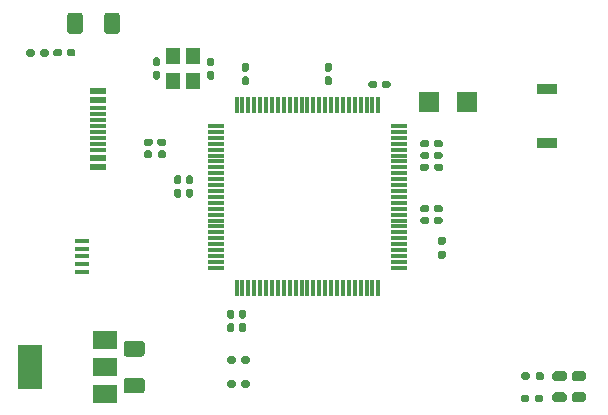
<source format=gbr>
%TF.GenerationSoftware,KiCad,Pcbnew,(5.1.10-1-10_14)*%
%TF.CreationDate,2021-08-18T14:47:54+08:00*%
%TF.ProjectId,jlinkob_hs,6a6c696e-6b6f-4625-9f68-732e6b696361,rev?*%
%TF.SameCoordinates,Original*%
%TF.FileFunction,Paste,Top*%
%TF.FilePolarity,Positive*%
%FSLAX46Y46*%
G04 Gerber Fmt 4.6, Leading zero omitted, Abs format (unit mm)*
G04 Created by KiCad (PCBNEW (5.1.10-1-10_14)) date 2021-08-18 14:47:54*
%MOMM*%
%LPD*%
G01*
G04 APERTURE LIST*
%ADD10R,1.750000X1.800000*%
%ADD11R,2.000000X1.500000*%
%ADD12R,2.000000X3.800000*%
%ADD13R,1.200000X1.400000*%
%ADD14R,1.300000X0.450000*%
%ADD15R,1.699997X0.899998*%
%ADD16R,1.450000X0.600000*%
%ADD17R,1.450000X0.300000*%
%ADD18R,1.475000X0.300000*%
%ADD19R,0.300000X1.475000*%
G04 APERTURE END LIST*
D10*
%TO.C,Y2*%
X138550000Y-66940000D03*
X135300000Y-66940000D03*
%TD*%
D11*
%TO.C,U1*%
X107820000Y-91730000D03*
X107820000Y-87130000D03*
X107820000Y-89430000D03*
D12*
X101520000Y-89430000D03*
%TD*%
%TO.C,C19*%
G36*
G01*
X114855000Y-74320000D02*
X115165000Y-74320000D01*
G75*
G02*
X115320000Y-74475000I0J-155000D01*
G01*
X115320000Y-74900000D01*
G75*
G02*
X115165000Y-75055000I-155000J0D01*
G01*
X114855000Y-75055000D01*
G75*
G02*
X114700000Y-74900000I0J155000D01*
G01*
X114700000Y-74475000D01*
G75*
G02*
X114855000Y-74320000I155000J0D01*
G01*
G37*
G36*
G01*
X114855000Y-73185000D02*
X115165000Y-73185000D01*
G75*
G02*
X115320000Y-73340000I0J-155000D01*
G01*
X115320000Y-73765000D01*
G75*
G02*
X115165000Y-73920000I-155000J0D01*
G01*
X114855000Y-73920000D01*
G75*
G02*
X114700000Y-73765000I0J155000D01*
G01*
X114700000Y-73340000D01*
G75*
G02*
X114855000Y-73185000I155000J0D01*
G01*
G37*
%TD*%
%TO.C,R8*%
G36*
G01*
X102390000Y-62960000D02*
X102390000Y-62640000D01*
G75*
G02*
X102550000Y-62480000I160000J0D01*
G01*
X102945000Y-62480000D01*
G75*
G02*
X103105000Y-62640000I0J-160000D01*
G01*
X103105000Y-62960000D01*
G75*
G02*
X102945000Y-63120000I-160000J0D01*
G01*
X102550000Y-63120000D01*
G75*
G02*
X102390000Y-62960000I0J160000D01*
G01*
G37*
G36*
G01*
X101195000Y-62960000D02*
X101195000Y-62640000D01*
G75*
G02*
X101355000Y-62480000I160000J0D01*
G01*
X101750000Y-62480000D01*
G75*
G02*
X101910000Y-62640000I0J-160000D01*
G01*
X101910000Y-62960000D01*
G75*
G02*
X101750000Y-63120000I-160000J0D01*
G01*
X101355000Y-63120000D01*
G75*
G02*
X101195000Y-62960000I0J160000D01*
G01*
G37*
%TD*%
%TO.C,C27*%
G36*
G01*
X104220000Y-62645000D02*
X104220000Y-62955000D01*
G75*
G02*
X104065000Y-63110000I-155000J0D01*
G01*
X103640000Y-63110000D01*
G75*
G02*
X103485000Y-62955000I0J155000D01*
G01*
X103485000Y-62645000D01*
G75*
G02*
X103640000Y-62490000I155000J0D01*
G01*
X104065000Y-62490000D01*
G75*
G02*
X104220000Y-62645000I0J-155000D01*
G01*
G37*
G36*
G01*
X105355000Y-62645000D02*
X105355000Y-62955000D01*
G75*
G02*
X105200000Y-63110000I-155000J0D01*
G01*
X104775000Y-63110000D01*
G75*
G02*
X104620000Y-62955000I0J155000D01*
G01*
X104620000Y-62645000D01*
G75*
G02*
X104775000Y-62490000I155000J0D01*
G01*
X105200000Y-62490000D01*
G75*
G02*
X105355000Y-62645000I0J-155000D01*
G01*
G37*
%TD*%
D13*
%TO.C,Y1*%
X115350000Y-63030000D03*
X115350000Y-65230000D03*
X113650000Y-65230000D03*
X113650000Y-63030000D03*
%TD*%
D14*
%TO.C,J2*%
X105900000Y-81333824D03*
X105900000Y-80683824D03*
X105900000Y-80033824D03*
X105900000Y-79383824D03*
X105900000Y-78733824D03*
%TD*%
%TO.C,C26*%
G36*
G01*
X105980000Y-59659999D02*
X105980000Y-60960001D01*
G75*
G02*
X105730001Y-61210000I-249999J0D01*
G01*
X104904999Y-61210000D01*
G75*
G02*
X104655000Y-60960001I0J249999D01*
G01*
X104655000Y-59659999D01*
G75*
G02*
X104904999Y-59410000I249999J0D01*
G01*
X105730001Y-59410000D01*
G75*
G02*
X105980000Y-59659999I0J-249999D01*
G01*
G37*
G36*
G01*
X109105000Y-59659999D02*
X109105000Y-60960001D01*
G75*
G02*
X108855001Y-61210000I-249999J0D01*
G01*
X108029999Y-61210000D01*
G75*
G02*
X107780000Y-60960001I0J249999D01*
G01*
X107780000Y-59659999D01*
G75*
G02*
X108029999Y-59410000I249999J0D01*
G01*
X108855001Y-59410000D01*
G75*
G02*
X109105000Y-59659999I0J-249999D01*
G01*
G37*
%TD*%
%TO.C,C13*%
G36*
G01*
X109679999Y-90320000D02*
X110980001Y-90320000D01*
G75*
G02*
X111230000Y-90569999I0J-249999D01*
G01*
X111230000Y-91395001D01*
G75*
G02*
X110980001Y-91645000I-249999J0D01*
G01*
X109679999Y-91645000D01*
G75*
G02*
X109430000Y-91395001I0J249999D01*
G01*
X109430000Y-90569999D01*
G75*
G02*
X109679999Y-90320000I249999J0D01*
G01*
G37*
G36*
G01*
X109679999Y-87195000D02*
X110980001Y-87195000D01*
G75*
G02*
X111230000Y-87444999I0J-249999D01*
G01*
X111230000Y-88270001D01*
G75*
G02*
X110980001Y-88520000I-249999J0D01*
G01*
X109679999Y-88520000D01*
G75*
G02*
X109430000Y-88270001I0J249999D01*
G01*
X109430000Y-87444999D01*
G75*
G02*
X109679999Y-87195000I249999J0D01*
G01*
G37*
%TD*%
%TO.C,R7*%
G36*
G01*
X136220000Y-79560000D02*
X136540000Y-79560000D01*
G75*
G02*
X136700000Y-79720000I0J-160000D01*
G01*
X136700000Y-80115000D01*
G75*
G02*
X136540000Y-80275000I-160000J0D01*
G01*
X136220000Y-80275000D01*
G75*
G02*
X136060000Y-80115000I0J160000D01*
G01*
X136060000Y-79720000D01*
G75*
G02*
X136220000Y-79560000I160000J0D01*
G01*
G37*
G36*
G01*
X136220000Y-78365000D02*
X136540000Y-78365000D01*
G75*
G02*
X136700000Y-78525000I0J-160000D01*
G01*
X136700000Y-78920000D01*
G75*
G02*
X136540000Y-79080000I-160000J0D01*
G01*
X136220000Y-79080000D01*
G75*
G02*
X136060000Y-78920000I0J160000D01*
G01*
X136060000Y-78525000D01*
G75*
G02*
X136220000Y-78365000I160000J0D01*
G01*
G37*
%TD*%
%TO.C,R6*%
G36*
G01*
X118920000Y-88650000D02*
X118920000Y-88970000D01*
G75*
G02*
X118760000Y-89130000I-160000J0D01*
G01*
X118365000Y-89130000D01*
G75*
G02*
X118205000Y-88970000I0J160000D01*
G01*
X118205000Y-88650000D01*
G75*
G02*
X118365000Y-88490000I160000J0D01*
G01*
X118760000Y-88490000D01*
G75*
G02*
X118920000Y-88650000I0J-160000D01*
G01*
G37*
G36*
G01*
X120115000Y-88650000D02*
X120115000Y-88970000D01*
G75*
G02*
X119955000Y-89130000I-160000J0D01*
G01*
X119560000Y-89130000D01*
G75*
G02*
X119400000Y-88970000I0J160000D01*
G01*
X119400000Y-88650000D01*
G75*
G02*
X119560000Y-88490000I160000J0D01*
G01*
X119955000Y-88490000D01*
G75*
G02*
X120115000Y-88650000I0J-160000D01*
G01*
G37*
%TD*%
%TO.C,R5*%
G36*
G01*
X118910000Y-90670000D02*
X118910000Y-90990000D01*
G75*
G02*
X118750000Y-91150000I-160000J0D01*
G01*
X118355000Y-91150000D01*
G75*
G02*
X118195000Y-90990000I0J160000D01*
G01*
X118195000Y-90670000D01*
G75*
G02*
X118355000Y-90510000I160000J0D01*
G01*
X118750000Y-90510000D01*
G75*
G02*
X118910000Y-90670000I0J-160000D01*
G01*
G37*
G36*
G01*
X120105000Y-90670000D02*
X120105000Y-90990000D01*
G75*
G02*
X119945000Y-91150000I-160000J0D01*
G01*
X119550000Y-91150000D01*
G75*
G02*
X119390000Y-90990000I0J160000D01*
G01*
X119390000Y-90670000D01*
G75*
G02*
X119550000Y-90510000I160000J0D01*
G01*
X119945000Y-90510000D01*
G75*
G02*
X120105000Y-90670000I0J-160000D01*
G01*
G37*
%TD*%
%TO.C,R4*%
G36*
G01*
X143780000Y-91920000D02*
X143780000Y-92240000D01*
G75*
G02*
X143620000Y-92400000I-160000J0D01*
G01*
X143225000Y-92400000D01*
G75*
G02*
X143065000Y-92240000I0J160000D01*
G01*
X143065000Y-91920000D01*
G75*
G02*
X143225000Y-91760000I160000J0D01*
G01*
X143620000Y-91760000D01*
G75*
G02*
X143780000Y-91920000I0J-160000D01*
G01*
G37*
G36*
G01*
X144975000Y-91920000D02*
X144975000Y-92240000D01*
G75*
G02*
X144815000Y-92400000I-160000J0D01*
G01*
X144420000Y-92400000D01*
G75*
G02*
X144260000Y-92240000I0J160000D01*
G01*
X144260000Y-91920000D01*
G75*
G02*
X144420000Y-91760000I160000J0D01*
G01*
X144815000Y-91760000D01*
G75*
G02*
X144975000Y-91920000I0J-160000D01*
G01*
G37*
%TD*%
%TO.C,R3*%
G36*
G01*
X143832500Y-90020000D02*
X143832500Y-90340000D01*
G75*
G02*
X143672500Y-90500000I-160000J0D01*
G01*
X143277500Y-90500000D01*
G75*
G02*
X143117500Y-90340000I0J160000D01*
G01*
X143117500Y-90020000D01*
G75*
G02*
X143277500Y-89860000I160000J0D01*
G01*
X143672500Y-89860000D01*
G75*
G02*
X143832500Y-90020000I0J-160000D01*
G01*
G37*
G36*
G01*
X145027500Y-90020000D02*
X145027500Y-90340000D01*
G75*
G02*
X144867500Y-90500000I-160000J0D01*
G01*
X144472500Y-90500000D01*
G75*
G02*
X144312500Y-90340000I0J160000D01*
G01*
X144312500Y-90020000D01*
G75*
G02*
X144472500Y-89860000I160000J0D01*
G01*
X144867500Y-89860000D01*
G75*
G02*
X145027500Y-90020000I0J-160000D01*
G01*
G37*
%TD*%
%TO.C,D3*%
G36*
G01*
X146957500Y-91767500D02*
X146957500Y-92192500D01*
G75*
G02*
X146745000Y-92405000I-212500J0D01*
G01*
X145945000Y-92405000D01*
G75*
G02*
X145732500Y-92192500I0J212500D01*
G01*
X145732500Y-91767500D01*
G75*
G02*
X145945000Y-91555000I212500J0D01*
G01*
X146745000Y-91555000D01*
G75*
G02*
X146957500Y-91767500I0J-212500D01*
G01*
G37*
G36*
G01*
X148582500Y-91767500D02*
X148582500Y-92192500D01*
G75*
G02*
X148370000Y-92405000I-212500J0D01*
G01*
X147570000Y-92405000D01*
G75*
G02*
X147357500Y-92192500I0J212500D01*
G01*
X147357500Y-91767500D01*
G75*
G02*
X147570000Y-91555000I212500J0D01*
G01*
X148370000Y-91555000D01*
G75*
G02*
X148582500Y-91767500I0J-212500D01*
G01*
G37*
%TD*%
%TO.C,D2*%
G36*
G01*
X146957500Y-89967500D02*
X146957500Y-90392500D01*
G75*
G02*
X146745000Y-90605000I-212500J0D01*
G01*
X145945000Y-90605000D01*
G75*
G02*
X145732500Y-90392500I0J212500D01*
G01*
X145732500Y-89967500D01*
G75*
G02*
X145945000Y-89755000I212500J0D01*
G01*
X146745000Y-89755000D01*
G75*
G02*
X146957500Y-89967500I0J-212500D01*
G01*
G37*
G36*
G01*
X148582500Y-89967500D02*
X148582500Y-90392500D01*
G75*
G02*
X148370000Y-90605000I-212500J0D01*
G01*
X147570000Y-90605000D01*
G75*
G02*
X147357500Y-90392500I0J212500D01*
G01*
X147357500Y-89967500D01*
G75*
G02*
X147570000Y-89755000I212500J0D01*
G01*
X148370000Y-89755000D01*
G75*
G02*
X148582500Y-89967500I0J-212500D01*
G01*
G37*
%TD*%
D15*
%TO.C,SW1*%
X145260000Y-65860030D03*
X145260000Y-70459970D03*
%TD*%
%TO.C,C18*%
G36*
G01*
X113865000Y-74320000D02*
X114175000Y-74320000D01*
G75*
G02*
X114330000Y-74475000I0J-155000D01*
G01*
X114330000Y-74900000D01*
G75*
G02*
X114175000Y-75055000I-155000J0D01*
G01*
X113865000Y-75055000D01*
G75*
G02*
X113710000Y-74900000I0J155000D01*
G01*
X113710000Y-74475000D01*
G75*
G02*
X113865000Y-74320000I155000J0D01*
G01*
G37*
G36*
G01*
X113865000Y-73185000D02*
X114175000Y-73185000D01*
G75*
G02*
X114330000Y-73340000I0J-155000D01*
G01*
X114330000Y-73765000D01*
G75*
G02*
X114175000Y-73920000I-155000J0D01*
G01*
X113865000Y-73920000D01*
G75*
G02*
X113710000Y-73765000I0J155000D01*
G01*
X113710000Y-73340000D01*
G75*
G02*
X113865000Y-73185000I155000J0D01*
G01*
G37*
%TD*%
%TO.C,C17*%
G36*
G01*
X135700000Y-77155000D02*
X135700000Y-76845000D01*
G75*
G02*
X135855000Y-76690000I155000J0D01*
G01*
X136280000Y-76690000D01*
G75*
G02*
X136435000Y-76845000I0J-155000D01*
G01*
X136435000Y-77155000D01*
G75*
G02*
X136280000Y-77310000I-155000J0D01*
G01*
X135855000Y-77310000D01*
G75*
G02*
X135700000Y-77155000I0J155000D01*
G01*
G37*
G36*
G01*
X134565000Y-77155000D02*
X134565000Y-76845000D01*
G75*
G02*
X134720000Y-76690000I155000J0D01*
G01*
X135145000Y-76690000D01*
G75*
G02*
X135300000Y-76845000I0J-155000D01*
G01*
X135300000Y-77155000D01*
G75*
G02*
X135145000Y-77310000I-155000J0D01*
G01*
X134720000Y-77310000D01*
G75*
G02*
X134565000Y-77155000I0J155000D01*
G01*
G37*
%TD*%
%TO.C,C14*%
G36*
G01*
X119905000Y-64400000D02*
X119595000Y-64400000D01*
G75*
G02*
X119440000Y-64245000I0J155000D01*
G01*
X119440000Y-63820000D01*
G75*
G02*
X119595000Y-63665000I155000J0D01*
G01*
X119905000Y-63665000D01*
G75*
G02*
X120060000Y-63820000I0J-155000D01*
G01*
X120060000Y-64245000D01*
G75*
G02*
X119905000Y-64400000I-155000J0D01*
G01*
G37*
G36*
G01*
X119905000Y-65535000D02*
X119595000Y-65535000D01*
G75*
G02*
X119440000Y-65380000I0J155000D01*
G01*
X119440000Y-64955000D01*
G75*
G02*
X119595000Y-64800000I155000J0D01*
G01*
X119905000Y-64800000D01*
G75*
G02*
X120060000Y-64955000I0J-155000D01*
G01*
X120060000Y-65380000D01*
G75*
G02*
X119905000Y-65535000I-155000J0D01*
G01*
G37*
%TD*%
%TO.C,C12*%
G36*
G01*
X119345000Y-85700000D02*
X119655000Y-85700000D01*
G75*
G02*
X119810000Y-85855000I0J-155000D01*
G01*
X119810000Y-86280000D01*
G75*
G02*
X119655000Y-86435000I-155000J0D01*
G01*
X119345000Y-86435000D01*
G75*
G02*
X119190000Y-86280000I0J155000D01*
G01*
X119190000Y-85855000D01*
G75*
G02*
X119345000Y-85700000I155000J0D01*
G01*
G37*
G36*
G01*
X119345000Y-84565000D02*
X119655000Y-84565000D01*
G75*
G02*
X119810000Y-84720000I0J-155000D01*
G01*
X119810000Y-85145000D01*
G75*
G02*
X119655000Y-85300000I-155000J0D01*
G01*
X119345000Y-85300000D01*
G75*
G02*
X119190000Y-85145000I0J155000D01*
G01*
X119190000Y-84720000D01*
G75*
G02*
X119345000Y-84565000I155000J0D01*
G01*
G37*
%TD*%
%TO.C,C11*%
G36*
G01*
X118345000Y-85700000D02*
X118655000Y-85700000D01*
G75*
G02*
X118810000Y-85855000I0J-155000D01*
G01*
X118810000Y-86280000D01*
G75*
G02*
X118655000Y-86435000I-155000J0D01*
G01*
X118345000Y-86435000D01*
G75*
G02*
X118190000Y-86280000I0J155000D01*
G01*
X118190000Y-85855000D01*
G75*
G02*
X118345000Y-85700000I155000J0D01*
G01*
G37*
G36*
G01*
X118345000Y-84565000D02*
X118655000Y-84565000D01*
G75*
G02*
X118810000Y-84720000I0J-155000D01*
G01*
X118810000Y-85145000D01*
G75*
G02*
X118655000Y-85300000I-155000J0D01*
G01*
X118345000Y-85300000D01*
G75*
G02*
X118190000Y-85145000I0J155000D01*
G01*
X118190000Y-84720000D01*
G75*
G02*
X118345000Y-84565000I155000J0D01*
G01*
G37*
%TD*%
%TO.C,C10*%
G36*
G01*
X135700000Y-76155000D02*
X135700000Y-75845000D01*
G75*
G02*
X135855000Y-75690000I155000J0D01*
G01*
X136280000Y-75690000D01*
G75*
G02*
X136435000Y-75845000I0J-155000D01*
G01*
X136435000Y-76155000D01*
G75*
G02*
X136280000Y-76310000I-155000J0D01*
G01*
X135855000Y-76310000D01*
G75*
G02*
X135700000Y-76155000I0J155000D01*
G01*
G37*
G36*
G01*
X134565000Y-76155000D02*
X134565000Y-75845000D01*
G75*
G02*
X134720000Y-75690000I155000J0D01*
G01*
X135145000Y-75690000D01*
G75*
G02*
X135300000Y-75845000I0J-155000D01*
G01*
X135300000Y-76155000D01*
G75*
G02*
X135145000Y-76310000I-155000J0D01*
G01*
X134720000Y-76310000D01*
G75*
G02*
X134565000Y-76155000I0J155000D01*
G01*
G37*
%TD*%
%TO.C,C7*%
G36*
G01*
X135700000Y-71655000D02*
X135700000Y-71345000D01*
G75*
G02*
X135855000Y-71190000I155000J0D01*
G01*
X136280000Y-71190000D01*
G75*
G02*
X136435000Y-71345000I0J-155000D01*
G01*
X136435000Y-71655000D01*
G75*
G02*
X136280000Y-71810000I-155000J0D01*
G01*
X135855000Y-71810000D01*
G75*
G02*
X135700000Y-71655000I0J155000D01*
G01*
G37*
G36*
G01*
X134565000Y-71655000D02*
X134565000Y-71345000D01*
G75*
G02*
X134720000Y-71190000I155000J0D01*
G01*
X135145000Y-71190000D01*
G75*
G02*
X135300000Y-71345000I0J-155000D01*
G01*
X135300000Y-71655000D01*
G75*
G02*
X135145000Y-71810000I-155000J0D01*
G01*
X134720000Y-71810000D01*
G75*
G02*
X134565000Y-71655000I0J155000D01*
G01*
G37*
%TD*%
D16*
%TO.C,J1*%
X107225000Y-72500000D03*
X107225000Y-71700000D03*
X107225000Y-66800000D03*
X107225000Y-66000000D03*
X107225000Y-66000000D03*
X107225000Y-66800000D03*
X107225000Y-71700000D03*
X107225000Y-72500000D03*
D17*
X107225000Y-67500000D03*
X107225000Y-68000000D03*
X107225000Y-68500000D03*
X107225000Y-69500000D03*
X107225000Y-70000000D03*
X107225000Y-70500000D03*
X107225000Y-71000000D03*
X107225000Y-69000000D03*
%TD*%
D18*
%TO.C,U?.1*%
X117262000Y-81000000D03*
X117262000Y-80500000D03*
X117262000Y-80000000D03*
X117262000Y-79500000D03*
X117262000Y-79000000D03*
X117262000Y-78500000D03*
X117262000Y-78000000D03*
X117262000Y-77500000D03*
X117262000Y-77000000D03*
X117262000Y-76500000D03*
X117262000Y-76000000D03*
X117262000Y-75500000D03*
X117262000Y-75000000D03*
X117262000Y-74500000D03*
X117262000Y-74000000D03*
X117262000Y-73500000D03*
X117262000Y-73000000D03*
X117262000Y-72500000D03*
X117262000Y-72000000D03*
X117262000Y-71500000D03*
X117262000Y-71000000D03*
X117262000Y-70500000D03*
X117262000Y-70000000D03*
X117262000Y-69500000D03*
X117262000Y-69000000D03*
D19*
X119000000Y-67262000D03*
X119500000Y-67262000D03*
X120000000Y-67262000D03*
X120500000Y-67262000D03*
X121000000Y-67262000D03*
X121500000Y-67262000D03*
X122000000Y-67262000D03*
X122500000Y-67262000D03*
X123000000Y-67262000D03*
X123500000Y-67262000D03*
X124000000Y-67262000D03*
X124500000Y-67262000D03*
X125000000Y-67262000D03*
X125500000Y-67262000D03*
X126000000Y-67262000D03*
X126500000Y-67262000D03*
X127000000Y-67262000D03*
X127500000Y-67262000D03*
X128000000Y-67262000D03*
X128500000Y-67262000D03*
X129000000Y-67262000D03*
X129500000Y-67262000D03*
X130000000Y-67262000D03*
X130500000Y-67262000D03*
X131000000Y-67262000D03*
D18*
X132738000Y-69000000D03*
X132738000Y-69500000D03*
X132738000Y-70000000D03*
X132738000Y-70500000D03*
X132738000Y-71000000D03*
X132738000Y-71500000D03*
X132738000Y-72000000D03*
X132738000Y-72500000D03*
X132738000Y-73000000D03*
X132738000Y-73500000D03*
X132738000Y-74000000D03*
X132738000Y-74500000D03*
X132738000Y-75000000D03*
X132738000Y-75500000D03*
X132738000Y-76000000D03*
X132738000Y-76500000D03*
X132738000Y-77000000D03*
X132738000Y-77500000D03*
X132738000Y-78000000D03*
X132738000Y-78500000D03*
X132738000Y-79000000D03*
X132738000Y-79500000D03*
X132738000Y-80000000D03*
X132738000Y-80500000D03*
X132738000Y-81000000D03*
D19*
X131000000Y-82738000D03*
X130500000Y-82738000D03*
X130000000Y-82738000D03*
X129500000Y-82738000D03*
X129000000Y-82738000D03*
X128500000Y-82738000D03*
X128000000Y-82738000D03*
X127500000Y-82738000D03*
X127000000Y-82738000D03*
X126500000Y-82738000D03*
X126000000Y-82738000D03*
X125500000Y-82738000D03*
X125000000Y-82738000D03*
X124500000Y-82738000D03*
X124000000Y-82738000D03*
X123500000Y-82738000D03*
X123000000Y-82738000D03*
X122500000Y-82738000D03*
X122000000Y-82738000D03*
X121500000Y-82738000D03*
X121000000Y-82738000D03*
X120500000Y-82738000D03*
X120000000Y-82738000D03*
X119500000Y-82738000D03*
X119000000Y-82738000D03*
%TD*%
%TO.C,R2*%
G36*
G01*
X135740000Y-72660000D02*
X135740000Y-72340000D01*
G75*
G02*
X135900000Y-72180000I160000J0D01*
G01*
X136295000Y-72180000D01*
G75*
G02*
X136455000Y-72340000I0J-160000D01*
G01*
X136455000Y-72660000D01*
G75*
G02*
X136295000Y-72820000I-160000J0D01*
G01*
X135900000Y-72820000D01*
G75*
G02*
X135740000Y-72660000I0J160000D01*
G01*
G37*
G36*
G01*
X134545000Y-72660000D02*
X134545000Y-72340000D01*
G75*
G02*
X134705000Y-72180000I160000J0D01*
G01*
X135100000Y-72180000D01*
G75*
G02*
X135260000Y-72340000I0J-160000D01*
G01*
X135260000Y-72660000D01*
G75*
G02*
X135100000Y-72820000I-160000J0D01*
G01*
X134705000Y-72820000D01*
G75*
G02*
X134545000Y-72660000I0J160000D01*
G01*
G37*
%TD*%
%TO.C,R1*%
G36*
G01*
X111850000Y-71230000D02*
X111850000Y-71550000D01*
G75*
G02*
X111690000Y-71710000I-160000J0D01*
G01*
X111295000Y-71710000D01*
G75*
G02*
X111135000Y-71550000I0J160000D01*
G01*
X111135000Y-71230000D01*
G75*
G02*
X111295000Y-71070000I160000J0D01*
G01*
X111690000Y-71070000D01*
G75*
G02*
X111850000Y-71230000I0J-160000D01*
G01*
G37*
G36*
G01*
X113045000Y-71230000D02*
X113045000Y-71550000D01*
G75*
G02*
X112885000Y-71710000I-160000J0D01*
G01*
X112490000Y-71710000D01*
G75*
G02*
X112330000Y-71550000I0J160000D01*
G01*
X112330000Y-71230000D01*
G75*
G02*
X112490000Y-71070000I160000J0D01*
G01*
X112885000Y-71070000D01*
G75*
G02*
X113045000Y-71230000I0J-160000D01*
G01*
G37*
%TD*%
%TO.C,C6*%
G36*
G01*
X126605000Y-64802500D02*
X126915000Y-64802500D01*
G75*
G02*
X127070000Y-64957500I0J-155000D01*
G01*
X127070000Y-65382500D01*
G75*
G02*
X126915000Y-65537500I-155000J0D01*
G01*
X126605000Y-65537500D01*
G75*
G02*
X126450000Y-65382500I0J155000D01*
G01*
X126450000Y-64957500D01*
G75*
G02*
X126605000Y-64802500I155000J0D01*
G01*
G37*
G36*
G01*
X126605000Y-63667500D02*
X126915000Y-63667500D01*
G75*
G02*
X127070000Y-63822500I0J-155000D01*
G01*
X127070000Y-64247500D01*
G75*
G02*
X126915000Y-64402500I-155000J0D01*
G01*
X126605000Y-64402500D01*
G75*
G02*
X126450000Y-64247500I0J155000D01*
G01*
X126450000Y-63822500D01*
G75*
G02*
X126605000Y-63667500I155000J0D01*
G01*
G37*
%TD*%
%TO.C,C5*%
G36*
G01*
X130900000Y-65325000D02*
X130900000Y-65635000D01*
G75*
G02*
X130745000Y-65790000I-155000J0D01*
G01*
X130320000Y-65790000D01*
G75*
G02*
X130165000Y-65635000I0J155000D01*
G01*
X130165000Y-65325000D01*
G75*
G02*
X130320000Y-65170000I155000J0D01*
G01*
X130745000Y-65170000D01*
G75*
G02*
X130900000Y-65325000I0J-155000D01*
G01*
G37*
G36*
G01*
X132035000Y-65325000D02*
X132035000Y-65635000D01*
G75*
G02*
X131880000Y-65790000I-155000J0D01*
G01*
X131455000Y-65790000D01*
G75*
G02*
X131300000Y-65635000I0J155000D01*
G01*
X131300000Y-65325000D01*
G75*
G02*
X131455000Y-65170000I155000J0D01*
G01*
X131880000Y-65170000D01*
G75*
G02*
X132035000Y-65325000I0J-155000D01*
G01*
G37*
%TD*%
%TO.C,C4*%
G36*
G01*
X111890000Y-70225000D02*
X111890000Y-70535000D01*
G75*
G02*
X111735000Y-70690000I-155000J0D01*
G01*
X111310000Y-70690000D01*
G75*
G02*
X111155000Y-70535000I0J155000D01*
G01*
X111155000Y-70225000D01*
G75*
G02*
X111310000Y-70070000I155000J0D01*
G01*
X111735000Y-70070000D01*
G75*
G02*
X111890000Y-70225000I0J-155000D01*
G01*
G37*
G36*
G01*
X113025000Y-70225000D02*
X113025000Y-70535000D01*
G75*
G02*
X112870000Y-70690000I-155000J0D01*
G01*
X112445000Y-70690000D01*
G75*
G02*
X112290000Y-70535000I0J155000D01*
G01*
X112290000Y-70225000D01*
G75*
G02*
X112445000Y-70070000I155000J0D01*
G01*
X112870000Y-70070000D01*
G75*
G02*
X113025000Y-70225000I0J-155000D01*
G01*
G37*
%TD*%
%TO.C,C3*%
G36*
G01*
X135300000Y-70345000D02*
X135300000Y-70655000D01*
G75*
G02*
X135145000Y-70810000I-155000J0D01*
G01*
X134720000Y-70810000D01*
G75*
G02*
X134565000Y-70655000I0J155000D01*
G01*
X134565000Y-70345000D01*
G75*
G02*
X134720000Y-70190000I155000J0D01*
G01*
X135145000Y-70190000D01*
G75*
G02*
X135300000Y-70345000I0J-155000D01*
G01*
G37*
G36*
G01*
X136435000Y-70345000D02*
X136435000Y-70655000D01*
G75*
G02*
X136280000Y-70810000I-155000J0D01*
G01*
X135855000Y-70810000D01*
G75*
G02*
X135700000Y-70655000I0J155000D01*
G01*
X135700000Y-70345000D01*
G75*
G02*
X135855000Y-70190000I155000J0D01*
G01*
X136280000Y-70190000D01*
G75*
G02*
X136435000Y-70345000I0J-155000D01*
G01*
G37*
%TD*%
%TO.C,C2*%
G36*
G01*
X116645000Y-64340000D02*
X116955000Y-64340000D01*
G75*
G02*
X117110000Y-64495000I0J-155000D01*
G01*
X117110000Y-64920000D01*
G75*
G02*
X116955000Y-65075000I-155000J0D01*
G01*
X116645000Y-65075000D01*
G75*
G02*
X116490000Y-64920000I0J155000D01*
G01*
X116490000Y-64495000D01*
G75*
G02*
X116645000Y-64340000I155000J0D01*
G01*
G37*
G36*
G01*
X116645000Y-63205000D02*
X116955000Y-63205000D01*
G75*
G02*
X117110000Y-63360000I0J-155000D01*
G01*
X117110000Y-63785000D01*
G75*
G02*
X116955000Y-63940000I-155000J0D01*
G01*
X116645000Y-63940000D01*
G75*
G02*
X116490000Y-63785000I0J155000D01*
G01*
X116490000Y-63360000D01*
G75*
G02*
X116645000Y-63205000I155000J0D01*
G01*
G37*
%TD*%
%TO.C,C1*%
G36*
G01*
X112375000Y-63930000D02*
X112065000Y-63930000D01*
G75*
G02*
X111910000Y-63775000I0J155000D01*
G01*
X111910000Y-63350000D01*
G75*
G02*
X112065000Y-63195000I155000J0D01*
G01*
X112375000Y-63195000D01*
G75*
G02*
X112530000Y-63350000I0J-155000D01*
G01*
X112530000Y-63775000D01*
G75*
G02*
X112375000Y-63930000I-155000J0D01*
G01*
G37*
G36*
G01*
X112375000Y-65065000D02*
X112065000Y-65065000D01*
G75*
G02*
X111910000Y-64910000I0J155000D01*
G01*
X111910000Y-64485000D01*
G75*
G02*
X112065000Y-64330000I155000J0D01*
G01*
X112375000Y-64330000D01*
G75*
G02*
X112530000Y-64485000I0J-155000D01*
G01*
X112530000Y-64910000D01*
G75*
G02*
X112375000Y-65065000I-155000J0D01*
G01*
G37*
%TD*%
M02*

</source>
